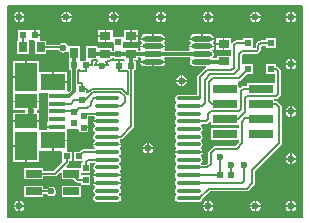
<source format=gtl>
%FSTAX23Y23*%
%MOMM*%
%SFA1B1*%

%IPPOS*%
%ADD10R,2.031996X0.761998*%
%ADD11R,0.599999X0.599999*%
%ADD12O,1.799996X0.449999*%
%ADD13R,0.499999X0.599999*%
%ADD14R,0.899998X0.699999*%
%ADD15R,0.599999X0.499999*%
%ADD16R,2.099996X1.474997*%
%ADD17R,1.379997X0.449999*%
%ADD18R,1.899996X2.374995*%
%ADD19R,1.899996X1.174998*%
%ADD20R,0.699999X0.899998*%
%ADD21R,1.399997X0.699999*%
%ADD22O,2.099996X0.349999*%
%ADD23C,0.200000*%
%ADD24C,0.299999*%
%ADD25C,0.599999*%
%ADD26C,1.015998*%
%ADD48C,0.127000*%
%ADD49C,0.253999*%
%ADD50C,0.507999*%
%ADD51C,2.031996*%
%ADD52C,4.063992*%
%ADD53C,8.127984*%
%LNprogramming_dongle_pcb-1*%
%LPD*%
G54D48*
X50336Y25463D02*
X25463D01*
Y43336*
X50336*
Y25463*
G54D49*
X50209Y2559D02*
X2559D01*
Y43209*
X50209*
Y2559*
G54D50*
X49955Y25844D02*
X25844D01*
Y42955*
X49955*
Y25844*
G54D26*
X49447Y26352D02*
X26352D01*
Y42447*
X49447*
Y26352*
G54D51*
X48431Y27368D02*
X27368D01*
Y41431*
X48431*
Y27368*
G54D52*
X46399Y294D02*
X294D01*
Y39399*
X46399*
Y294*
G54D53*
X42335Y33464D02*
X33464D01*
Y35335*
X42335*
Y33464*
G54D48*
X35483Y35966D02*
X35585D01*
X32181Y36067D02*
X32257D01*
X35382D02*
X35585D01*
X32181Y36169D02*
X32359D01*
X3528D02*
X35585D01*
X32181Y36271D02*
X32461D01*
X35153D02*
X35585D01*
X318Y36372D02*
X35585D01*
X31724Y36474D02*
X35585D01*
X31724Y36575D02*
X35585D01*
X31724Y36677D02*
X35585D01*
X31724Y36779D02*
X35585D01*
X31419Y3688D02*
X35585D01*
X31419Y36982D02*
X35585D01*
X31419Y37083D02*
X35585D01*
X31419Y37185D02*
X35585D01*
X31419Y37287D02*
X35585D01*
X31419Y37388D02*
X35585D01*
X31419Y3749D02*
X35585D01*
X31419Y37591D02*
X35585D01*
X31419Y37693D02*
X35585D01*
X31419Y37795D02*
X34848D01*
X35407D02*
X35585D01*
X32054Y37896D02*
X34848D01*
X32054Y37998D02*
X34848D01*
X32054Y38099D02*
X34848D01*
X32054Y38201D02*
X34848D01*
X32588Y38303D02*
X32842D01*
X33908D02*
X34848D01*
X32588Y38404D02*
X32842D01*
X33908D02*
X34848D01*
X32588Y38506D02*
X32892D01*
X33883D02*
X34848D01*
X32588Y38607D02*
X32969D01*
X33832D02*
X34848D01*
X34366Y38709D02*
X35153D01*
X34366Y38811D02*
X3434D01*
%LNprogramming_dongle_pcb-2*%
%LPC*%
G36*
X46324Y26324D02*
X45955D01*
X45961Y26282*
X46006Y26173*
X46079Y26079*
X46173Y26006*
X46282Y25961*
X46324Y25955*
Y26324*
G37*
G36*
X28074Y35162D02*
X25874D01*
Y34499*
X26852*
X26897Y34399*
X26852Y34299*
X25874*
Y33637*
X28074*
Y34299*
X27947*
X27902Y34399*
X27947Y34499*
X28074*
Y35162*
G37*
G36*
X40074Y36924D02*
X39705D01*
X39711Y36882*
X39756Y36773*
X39829Y36679*
X39923Y36606*
X40032Y36561*
X40074Y36555*
Y36924*
G37*
G36*
X30474Y37749D02*
X29349D01*
Y36937*
X30474*
Y37749*
G37*
G36*
X40593Y36924D02*
X40224D01*
Y36555*
X40267Y36561*
X40376Y36606*
X4047Y36679*
X40543Y36773*
X40588Y36882*
X40593Y36924*
G37*
G36*
X49474Y34843D02*
Y34474D01*
X49843*
X49838Y34517*
X49793Y34626*
X4972Y3472*
X49626Y34793*
X49517Y34838*
X49474Y34843*
G37*
G36*
X46843Y26324D02*
X46474D01*
Y25955*
X46517Y25961*
X46626Y26006*
X4672Y26079*
X46793Y26173*
X46838Y26282*
X46843Y26324*
G37*
G36*
X49324D02*
X48955D01*
X48961Y26282*
X49006Y26173*
X49079Y26079*
X49173Y26006*
X49282Y25961*
X49324Y25955*
Y26324*
G37*
G36*
Y34324D02*
X48955D01*
X48961Y34282*
X49006Y34173*
X49079Y34079*
X49173Y34006*
X49282Y33961*
X49324Y33955*
Y34324*
G37*
G36*
Y34843D02*
X49282Y34838D01*
X49173Y34793*
X49079Y3472*
X49006Y34626*
X48961Y34517*
X48955Y34474*
X49324*
Y34843*
G37*
G36*
X49843Y34324D02*
X49474D01*
Y33955*
X49517Y33961*
X49626Y34006*
X4972Y34079*
X49793Y34173*
X49838Y34282*
X49843Y34324*
G37*
G36*
X49324Y38324D02*
X48955D01*
X48961Y38282*
X49006Y38173*
X49079Y38079*
X49173Y38006*
X49282Y37961*
X49324Y37955*
Y38324*
G37*
G36*
X26324Y26324D02*
X25955D01*
X25961Y26282*
X26006Y26173*
X26079Y26079*
X26173Y26006*
X26282Y25961*
X26324Y25955*
Y26324*
G37*
G36*
X49843Y38324D02*
X49474D01*
Y37955*
X49517Y37961*
X49626Y38006*
X4972Y38079*
X49793Y38173*
X49838Y38282*
X49843Y38324*
G37*
G36*
X38743Y38524D02*
X37774D01*
Y38221*
X38374*
X38472Y38234*
X38564Y38272*
X38642Y38332*
X38702Y3841*
X3874Y38502*
X38743Y38524*
G37*
G36*
X37624D02*
X36656D01*
X36659Y38502*
X36697Y3841*
X36757Y38332*
X36835Y38272*
X36927Y38234*
X37024Y38221*
X37624*
Y38524*
G37*
G36*
X26843Y26324D02*
X26474D01*
Y25955*
X26517Y25961*
X26626Y26006*
X2672Y26079*
X26793Y26173*
X26838Y26282*
X26843Y26324*
G37*
G36*
X40224Y37443D02*
Y37074D01*
X40593*
X40588Y37117*
X40543Y37226*
X4047Y3732*
X40376Y37393*
X40267Y37438*
X40224Y37443*
G37*
G36*
X40074D02*
X40032Y37438D01*
X39923Y37393*
X39829Y3732*
X39756Y37226*
X39711Y37117*
X39705Y37074*
X40074*
Y37443*
G37*
G36*
X26899Y38649D02*
X25874D01*
Y37387*
X26899*
Y38649*
G37*
G36*
X42324Y26324D02*
X41955D01*
X41961Y26282*
X42006Y26173*
X42078Y26079*
X42173Y26006*
X42282Y25961*
X42324Y25955*
Y26324*
G37*
G36*
X42843D02*
X42474D01*
Y25955*
X42517Y25961*
X42626Y26006*
X4272Y26079*
X42793Y26173*
X42838Y26282*
X42843Y26324*
G37*
G36*
X37374Y31718D02*
Y31349D01*
X37743*
X37738Y31392*
X37693Y31501*
X3762Y31595*
X37526Y31668*
X37417Y31713*
X37374Y31718*
G37*
G36*
X35042Y28274D02*
X32657D01*
X32658Y28265*
X32691Y28186*
X32743Y28118*
X32787Y28084*
Y27934*
X3276Y27913*
X32712Y27851*
X32682Y27778*
X32672Y27699*
X32682Y27621*
X32712Y27548*
X3276Y27485*
X32807Y27449*
Y27299*
X3276Y27263*
X32712Y27201*
X32682Y27128*
X32672Y27049*
X32682Y26971*
X32712Y26898*
X3276Y26835*
X32823Y26787*
X32896Y26757*
X32974Y26747*
X34724*
X34803Y26757*
X34876Y26787*
X34938Y26835*
X34986Y26898*
X35017Y26971*
X35027Y27049*
X35017Y27128*
X34986Y27201*
X34938Y27263*
X34891Y27299*
Y27449*
X34938Y27485*
X34986Y27548*
X35017Y27621*
X35027Y27699*
X35017Y27778*
X34986Y27851*
X34938Y27913*
X34912Y27934*
Y28084*
X34956Y28118*
X35008Y28186*
X35041Y28265*
X35042Y28274*
G37*
G36*
X49474Y26843D02*
Y26474D01*
X49843*
X49838Y26517*
X49793Y26626*
X4972Y2672*
X49626Y26793*
X49517Y26838*
X49474Y26843*
G37*
G36*
X31649Y28099D02*
X29999D01*
Y27149*
X31649*
Y28099*
G37*
G36*
X35042Y28924D02*
X32657D01*
X32658Y28915*
X32691Y28836*
X32743Y28768*
X32766Y28749*
Y28599*
X32743Y28581*
X32691Y28513*
X32658Y28434*
X32657Y28424*
X35042*
X35041Y28434*
X35008Y28513*
X34956Y28581*
X34933Y28599*
Y28749*
X34956Y28768*
X35008Y28836*
X35041Y28915*
X35042Y28924*
G37*
G36*
X28449Y28099D02*
X26799D01*
Y27149*
X28449*
Y27395*
X2874*
X28796Y27321*
X28885Y27253*
X28988Y2721*
X29099Y27196*
X2921Y2721*
X29314Y27253*
X29403Y27321*
X29471Y2741*
X29514Y27513*
X29528Y27624*
X29514Y27735*
X29471Y27839*
X29403Y27928*
X29314Y27996*
X2921Y28039*
X29099Y28053*
X28988Y28039*
X28885Y27996*
X28796Y27928*
X2874Y27854*
X28449*
Y28099*
G37*
G36*
X49324Y26843D02*
X49282Y26838D01*
X49173Y26793*
X49079Y2672*
X49006Y26626*
X48961Y26517*
X48955Y26474*
X49324*
Y26843*
G37*
G36*
X42324D02*
X42282Y26838D01*
X42173Y26793*
X42078Y2672*
X42006Y26626*
X41961Y26517*
X41955Y26474*
X42324*
Y26843*
G37*
G36*
X26474D02*
Y26474D01*
X26843*
X26838Y26517*
X26793Y26626*
X2672Y2672*
X26626Y26793*
X26517Y26838*
X26474Y26843*
G37*
G36*
X42474D02*
Y26474D01*
X42843*
X42838Y26517*
X42793Y26626*
X4272Y2672*
X42626Y26793*
X42517Y26838*
X42474Y26843*
G37*
G36*
X46474D02*
Y26474D01*
X46843*
X46838Y26517*
X46793Y26626*
X4672Y2672*
X46626Y26793*
X46517Y26838*
X46474Y26843*
G37*
G36*
X46324D02*
X46282Y26838D01*
X46173Y26793*
X46079Y2672*
X46006Y26626*
X45961Y26517*
X45955Y26474*
X46324*
Y26843*
G37*
G36*
X49474Y30843D02*
Y30474D01*
X49843*
X49838Y30517*
X49793Y30626*
X4972Y3072*
X49626Y30793*
X49517Y30838*
X49474Y30843*
G37*
G36*
X49324D02*
X49282Y30838D01*
X49173Y30793*
X49079Y3072*
X49006Y30626*
X48961Y30517*
X48955Y30474*
X49324*
Y30843*
G37*
G36*
X37224Y31199D02*
X36855D01*
X36861Y31157*
X36906Y31048*
X36978Y30954*
X37073Y30881*
X37182Y30836*
X37224Y3083*
Y31199*
G37*
G36*
Y31718D02*
X37182Y31713D01*
X37073Y31668*
X36978Y31595*
X36906Y31501*
X36861Y31392*
X36855Y31349*
X37224*
Y31718*
G37*
G36*
X37743Y31199D02*
X37374D01*
Y3083*
X37417Y30836*
X37526Y30881*
X3762Y30954*
X37693Y31048*
X37738Y31157*
X37743Y31199*
G37*
G36*
X26899Y31412D02*
X25874D01*
Y30149*
X26899*
Y31412*
G37*
G36*
X26324Y26843D02*
X26282Y26838D01*
X26173Y26793*
X26079Y2672*
X26006Y26626*
X25961Y26517*
X25955Y26474*
X26324*
Y26843*
G37*
G36*
X30474Y31862D02*
X29349D01*
Y31049*
X29924*
X29999Y30974*
Y30943*
Y30224*
X30004*
X30061Y30086*
X29329Y29354*
X28449*
Y29599*
X26799*
Y28649*
X28449*
Y28895*
X29424*
X29512Y28913*
X29587Y28962*
X29861Y29236*
X29999Y29179*
Y28649*
X30975*
X31187Y28437*
X31262Y28388*
X31276Y28385*
X31349Y2837*
X31674*
Y28174*
X32424*
Y29024*
X31674*
X31649Y29049*
Y29174*
X31674*
X31756*
X32424*
Y30024*
X3247Y3007*
X32781*
X32807Y30049*
Y29899*
X3276Y29863*
X32712Y29801*
X32682Y29728*
X32672Y29649*
X32682Y29571*
X32712Y29498*
X3276Y29435*
X32787Y29415*
Y29265*
X32743Y29231*
X32691Y29163*
X32658Y29084*
X32657Y29074*
X35042*
X35041Y29084*
X35008Y29163*
X34956Y29231*
X34912Y29265*
Y29415*
X34938Y29435*
X34986Y29498*
X35017Y29571*
X35027Y29649*
X35017Y29728*
X34986Y29801*
X34938Y29863*
X34891Y29899*
Y30049*
X34938Y30085*
X34986Y30148*
X35017Y30221*
X35027Y30299*
X35017Y30378*
X34986Y30451*
X34938Y30513*
X34891Y30549*
Y30699*
X34938Y30735*
X34986Y30798*
X35017Y30871*
X35027Y30949*
X35017Y31028*
X34986Y31101*
X34938Y31163*
X34912Y31184*
Y31334*
X34956Y31368*
X35008Y31436*
X35041Y31515*
X35042Y31524*
X32657*
X32658Y31515*
X32691Y31436*
X32743Y31368*
X32787Y31334*
Y31272*
X32755Y31179*
X31774*
X31687Y31161*
X31612Y31112*
X31475Y30974*
X30999*
Y30224*
X31727*
X3178Y3016*
X31715Y30024*
X31674*
Y29624*
X31649Y29599*
X31568*
X3042*
X30362Y29738*
X30587Y29962*
X30636Y30037*
X30654Y30124*
Y30224*
X30849*
Y30974*
X30474*
Y31049*
Y31081*
Y31862*
G37*
G36*
X49843Y26324D02*
X49474D01*
Y25955*
X49517Y25961*
X49626Y26006*
X4972Y26079*
X49793Y26173*
X49838Y26282*
X49843Y26324*
G37*
G36*
Y30324D02*
X49474D01*
Y29955*
X49517Y29961*
X49626Y30006*
X4972Y30079*
X49793Y30173*
X49838Y30282*
X49843Y30324*
G37*
G36*
X49324D02*
X48955D01*
X48961Y30282*
X49006Y30173*
X49079Y30079*
X49173Y30006*
X49282Y29961*
X49324Y29955*
Y30324*
G37*
G36*
X46843Y42324D02*
X46474D01*
Y41955*
X46517Y41961*
X46626Y42006*
X4672Y42078*
X46793Y42173*
X46838Y42282*
X46843Y42324*
G37*
G36*
X46324D02*
X45955D01*
X45961Y42282*
X46006Y42173*
X46079Y42078*
X46173Y42006*
X46282Y41961*
X46324Y41955*
Y42324*
G37*
G36*
X49324D02*
X48955D01*
X48961Y42282*
X49006Y42173*
X49079Y42078*
X49173Y42006*
X49282Y41961*
X49324Y41955*
Y42324*
G37*
G36*
X26324Y42843D02*
X26282Y42838D01*
X26173Y42793*
X26079Y4272*
X26006Y42626*
X25961Y42517*
X25955Y42474*
X26324*
Y42843*
G37*
G36*
X49843Y42324D02*
X49474D01*
Y41955*
X49517Y41961*
X49626Y42006*
X4972Y42078*
X49793Y42173*
X49838Y42282*
X49843Y42324*
G37*
G36*
X42843D02*
X42474D01*
Y41955*
X42517Y41961*
X42626Y42006*
X4272Y42078*
X42793Y42173*
X42838Y42282*
X42843Y42324*
G37*
G36*
X34843D02*
X34474D01*
Y41955*
X34517Y41961*
X34626Y42006*
X3472Y42078*
X34793Y42173*
X34838Y42282*
X34843Y42324*
G37*
G36*
X34324D02*
X33955D01*
X33961Y42282*
X34006Y42173*
X34079Y42078*
X34173Y42006*
X34282Y41961*
X34324Y41955*
Y42324*
G37*
G36*
X38324D02*
X37955D01*
X37961Y42282*
X38006Y42173*
X38079Y42078*
X38173Y42006*
X38282Y41961*
X38324Y41955*
Y42324*
G37*
G36*
X42324D02*
X41955D01*
X41961Y42282*
X42006Y42173*
X42078Y42078*
X42173Y42006*
X42282Y41961*
X42324Y41955*
Y42324*
G37*
G36*
X38843D02*
X38474D01*
Y41955*
X38517Y41961*
X38626Y42006*
X3872Y42078*
X38793Y42173*
X38838Y42282*
X38843Y42324*
G37*
G36*
X26474Y42843D02*
Y42474D01*
X26843*
X26838Y42517*
X26793Y42626*
X2672Y4272*
X26626Y42793*
X26517Y42838*
X26474Y42843*
G37*
G36*
X42474D02*
Y42474D01*
X42843*
X42838Y42517*
X42793Y42626*
X4272Y4272*
X42626Y42793*
X42517Y42838*
X42474Y42843*
G37*
G36*
X42324D02*
X42282Y42838D01*
X42173Y42793*
X42078Y4272*
X42006Y42626*
X41961Y42517*
X41955Y42474*
X42324*
Y42843*
G37*
G36*
X46324D02*
X46282Y42838D01*
X46173Y42793*
X46079Y4272*
X46006Y42626*
X45961Y42517*
X45955Y42474*
X46324*
Y42843*
G37*
G36*
X49324D02*
X49282Y42838D01*
X49173Y42793*
X49079Y4272*
X49006Y42626*
X48961Y42517*
X48955Y42474*
X49324*
Y42843*
G37*
G36*
X46474D02*
Y42474D01*
X46843*
X46838Y42517*
X46793Y42626*
X4672Y4272*
X46626Y42793*
X46517Y42838*
X46474Y42843*
G37*
G36*
X38474D02*
Y42474D01*
X38843*
X38838Y42517*
X38793Y42626*
X3872Y4272*
X38626Y42793*
X38517Y42838*
X38474Y42843*
G37*
G36*
X30474D02*
Y42474D01*
X30843*
X30838Y42517*
X30793Y42626*
X3072Y4272*
X30626Y42793*
X30517Y42838*
X30474Y42843*
G37*
G36*
X30324D02*
X30282Y42838D01*
X30173Y42793*
X30079Y4272*
X30006Y42626*
X29961Y42517*
X29955Y42474*
X30324*
Y42843*
G37*
G36*
X34324D02*
X34282Y42838D01*
X34173Y42793*
X34079Y4272*
X34006Y42626*
X33961Y42517*
X33955Y42474*
X34324*
Y42843*
G37*
G36*
X38324D02*
X38282Y42838D01*
X38173Y42793*
X38079Y4272*
X38006Y42626*
X37961Y42517*
X37955Y42474*
X38324*
Y42843*
G37*
G36*
X34474D02*
Y42474D01*
X34843*
X34838Y42517*
X34793Y42626*
X3472Y4272*
X34626Y42793*
X34517Y42838*
X34474Y42843*
G37*
G36*
X43624Y40624D02*
X43099D01*
Y40199*
X43624*
Y40624*
G37*
G36*
X42893Y40474D02*
X40806D01*
X40809Y40452*
X40847Y4036*
X40907Y40282*
Y40167*
X40847Y40089*
X40809Y39997*
X40806Y39974*
X42893*
X4289Y39997*
X42852Y40089*
X42792Y40167*
Y40282*
X42852Y4036*
X4289Y40452*
X42893Y40474*
G37*
G36*
X36474Y40674D02*
X35949D01*
Y40249*
X36474*
Y40674*
G37*
G36*
X37624Y40928D02*
X37024D01*
X36927Y40915*
X36835Y40877*
X36757Y40817*
X36697Y40739*
X36659Y40647*
X36656Y40624*
X37624*
Y40928*
G37*
G36*
X33624Y40674D02*
X33099D01*
Y40249*
X33624*
Y40674*
G37*
G36*
X38743Y40474D02*
X36656D01*
X36659Y40452*
X36697Y4036*
X36757Y40282*
Y40167*
X36697Y40089*
X36659Y39997*
X36656Y39974*
X38743*
X3874Y39997*
X38702Y40089*
X38642Y40167*
Y40282*
X38702Y4036*
X3874Y40452*
X38743Y40474*
G37*
G36*
X49324Y38843D02*
X49282Y38838D01*
X49173Y38793*
X49079Y3872*
X49006Y38626*
X48961Y38517*
X48955Y38474*
X49324*
Y38843*
G37*
G36*
X49474Y42843D02*
Y42474D01*
X49843*
X49838Y42517*
X49793Y42626*
X4972Y4272*
X49626Y42793*
X49517Y42838*
X49474Y42843*
G37*
G36*
Y38843D02*
Y38474D01*
X49843*
X49838Y38517*
X49793Y38626*
X4972Y3872*
X49626Y38793*
X49517Y38838*
X49474Y38843*
G37*
G36*
X27649Y41274D02*
X27274D01*
Y41249*
X27149*
X26299*
Y40499*
Y40449*
X26249Y40399*
Y39249*
X27199*
Y40399*
Y40449*
X27224Y40474*
X27274*
X27674*
X27749Y40399*
Y40368*
Y39249*
X28699*
Y39595*
X29749*
X29753Y39585*
X29821Y39496*
X2991Y39428*
X30013Y39385*
X30124Y39371*
X30235Y39385*
X30339Y39428*
X30428Y39496*
X30432Y39503*
X30574Y39454*
Y38774*
X30624*
Y38674*
Y37924*
X30772*
Y36239*
X30613Y3608*
X30474Y36138*
Y36787*
X29274*
Y36862*
X29199*
Y37749*
X28181*
X28074*
Y38649*
X27049*
Y37312*
X26974*
Y37237*
X25874*
Y36081*
Y35974*
Y35868*
Y35312*
X28074*
Y35974*
X28181*
X28819*
Y35349*
Y34699*
Y34049*
Y33474*
X28794*
Y33174*
X29634*
Y33024*
X28794*
Y32931*
X28688Y32824*
X28074*
Y32931*
Y33487*
X25874*
Y32931*
Y32824*
Y32718*
Y31562*
X26974*
Y31487*
X27049*
Y30149*
X28074*
Y31049*
X28181*
X29199*
Y31937*
X29274*
Y32012*
X30474*
Y32824*
Y32924*
X30599*
X30924*
Y33374*
X31074*
Y32924*
X31368*
X31399*
X31474Y32849*
Y32624*
X32224*
Y33474*
Y33574*
X32249Y33599*
Y3397*
X32755*
X32787Y33877*
Y33815*
X32743Y33781*
X32691Y33713*
X32658Y33634*
X32657Y33624*
X33849*
Y33474*
X32657*
X32658Y33465*
X32691Y33386*
X32743Y33318*
X32787Y33284*
Y33134*
X3276Y33113*
X32712Y33051*
X32682Y32978*
X32672Y32899*
X32682Y32821*
X32712Y32748*
X3276Y32685*
X32807Y32649*
Y32499*
X3276Y32463*
X32712Y32401*
X32682Y32328*
X32672Y32249*
X32682Y32171*
X32712Y32098*
X3276Y32035*
X32787Y32015*
Y31865*
X32743Y31831*
X32691Y31763*
X32658Y31684*
X32657Y31674*
X35042*
X35041Y31684*
X35008Y31763*
X34956Y31831*
X34912Y31865*
Y31927*
X34944Y3202*
X34999*
X35087Y32038*
X35162Y32087*
X36037Y32962*
X36086Y33037*
X36104Y33124*
Y37874*
X36299*
Y38624*
X36152*
Y38774*
X36449*
Y38972*
X36668*
X36734Y38838*
X36697Y38789*
X36659Y38697*
X36656Y38674*
X38743*
X3874Y38697*
X38702Y38789*
X38664Y38838*
X38731Y38972*
X4083*
X40884Y38902*
X40916Y38838*
X40869Y38776*
X40833Y38691*
X40821Y38599*
X40833Y38508*
X40869Y38423*
X40925Y3835*
X40998Y38294*
X41083Y38258*
X41174Y38246*
X4218*
X42224Y38103*
X42162Y38062*
X41537Y37437*
X41488Y37362*
X4147Y37274*
Y35802*
X39874*
X39796Y35792*
X39723Y35762*
X3966Y35713*
X39612Y35651*
X39582Y35578*
X39572Y35499*
X39582Y35421*
X39612Y35348*
X3966Y35285*
X39707Y35249*
Y35099*
X3966Y35063*
X39612Y35001*
X39582Y34928*
X39572Y34849*
X39582Y34771*
X39612Y34698*
X3966Y34635*
X39707Y34599*
Y34449*
X3966Y34413*
X39612Y34351*
X39582Y34278*
X39572Y34199*
X39582Y34121*
X39612Y34048*
X3966Y33985*
X39707Y33949*
Y33799*
X3966Y33763*
X39612Y33701*
X39582Y33628*
X39572Y33549*
X39582Y33471*
X39612Y33398*
X3966Y33335*
X39707Y33299*
Y33149*
X3966Y33113*
X39612Y33051*
X39582Y32978*
X39572Y32899*
X39582Y32821*
X39612Y32748*
X3966Y32685*
X39707Y32649*
Y32499*
X3966Y32463*
X39612Y32401*
X39582Y32328*
X39572Y32249*
X39582Y32171*
X39612Y32098*
X3966Y32035*
X39707Y31999*
Y31849*
X3966Y31813*
X39612Y31751*
X39582Y31678*
X39572Y31599*
X39582Y31521*
X39612Y31448*
X3966Y31385*
X39687Y31365*
Y31215*
X39643Y31181*
X39591Y31113*
X39558Y31034*
X39557Y31024*
X41942*
X41941Y31034*
X41908Y31113*
X41856Y31181*
X41812Y31215*
Y31365*
X41838Y31385*
X41887Y31448*
X41917Y31521*
X41927Y31599*
X41917Y31678*
X41887Y31751*
X41838Y31813*
X41791Y31849*
Y31999*
X41838Y32035*
X41887Y32098*
X41917Y32171*
X41927Y32249*
X41917Y32328*
X41887Y32401*
X41838Y32463*
X41791Y32499*
Y32649*
X41838Y32685*
X41887Y32748*
X41917Y32821*
X41927Y32899*
X41917Y32978*
X41887Y33051*
X41838Y33113*
X41791Y33149*
Y33214*
X41898Y3332*
X42199*
X42287Y33338*
X42362Y33387*
X42536Y33561*
X42541Y33559*
X42674Y3347*
Y33283*
X44956*
X4502Y3322*
Y33089*
X44956Y33025*
X44914*
X42674*
Y32013*
X44914*
X44956*
X4502Y3195*
Y31794*
X44704Y31479*
X42974*
X42887Y31461*
X42812Y31412*
X42437Y31037*
X42388Y30962*
X4237Y30874*
Y30019*
X42229Y29879*
X41818*
X41791Y29899*
Y30049*
X41838Y30085*
X41887Y30148*
X41917Y30221*
X41927Y30299*
X41917Y30378*
X41887Y30451*
X41838Y30513*
X41812Y30534*
Y30684*
X41856Y30718*
X41908Y30786*
X41941Y30865*
X41942Y30874*
X39557*
X39558Y30865*
X39591Y30786*
X39643Y30718*
X39687Y30684*
Y30534*
X3966Y30513*
X39612Y30451*
X39582Y30378*
X39572Y30299*
X39582Y30221*
X39612Y30148*
X3966Y30085*
X39707Y30049*
Y29899*
X3966Y29863*
X39612Y29801*
X39582Y29728*
X39572Y29649*
X39582Y29571*
X39612Y29498*
X3966Y29435*
X39707Y29399*
Y29249*
X3966Y29213*
X39612Y29151*
X39582Y29078*
X39572Y28999*
X39582Y28921*
X39612Y28848*
X3966Y28785*
X39707Y28749*
Y28599*
X3966Y28563*
X39612Y28501*
X39582Y28428*
X39572Y28349*
X39582Y28271*
X39612Y28198*
X3966Y28135*
X39707Y28099*
Y27949*
X3966Y27913*
X39612Y27851*
X39582Y27778*
X39572Y27699*
X39582Y27621*
X39612Y27548*
X3966Y27485*
X39707Y27449*
Y27299*
X3966Y27263*
X39612Y27201*
X39582Y27128*
X39572Y27049*
X39582Y26971*
X39612Y26898*
X3966Y26835*
X39723Y26787*
X39796Y26757*
X39874Y26747*
X41624*
X41703Y26757*
X41776Y26787*
X41838Y26835*
X41887Y26898*
X41917Y26971*
X4192Y26995*
X42544Y2762*
X45649*
X45737Y27638*
X45812Y27687*
X46287Y28162*
X46336Y28237*
X46339Y28251*
X46354Y28324*
Y29354*
X48562Y31562*
X48611Y31637*
X48614Y31651*
X48629Y31724*
Y34799*
X48611Y34887*
X48562Y34962*
X48302Y35222*
X48227Y35271*
X48139Y35289*
X48004*
Y3547*
X48133*
X48221Y35487*
X48296Y35537*
X48487Y35728*
X48536Y35803*
X48554Y3589*
Y37799*
X48536Y37887*
X48487Y37962*
X48312Y38137*
X48237Y38186*
X48149Y38204*
Y38399*
X47299*
Y37549*
X48095*
Y36835*
X48004*
X45722*
Y36559*
X45354*
X45281Y36544*
X45267Y36541*
X45192Y36492*
X45095Y36394*
X44956Y36452*
Y36835*
Y36902*
X45024Y3697*
X45112Y36987*
X45187Y37037*
X45699Y37549*
X46224*
Y38399*
X45374*
X4536*
X45254Y38506*
Y39154*
X45394Y39295*
X46499*
X46587Y39313*
X46662Y39362*
X46812Y39512*
X46861Y39587*
X46864Y39601*
X46879Y39674*
Y39892*
X46932Y39945*
X47299*
Y39749*
X48149*
Y40599*
X47299*
Y40404*
X46837*
X46749Y40386*
X46675Y40337*
X46487Y40149*
X46438Y40075*
X4642Y39987*
Y39769*
X46404Y39754*
X46224*
Y40599*
X45374*
Y40404*
X44749*
X44662Y40386*
X44587Y40337*
X44438Y40187*
X44299Y40245*
Y40624*
X43774*
Y40124*
Y39624*
X44239*
X44299*
X44345Y39579*
Y3917*
X44274Y39099*
X44239*
X43124*
Y38877*
X42868*
X42815Y38947*
X42783Y39011*
X4283Y39073*
X42865Y39158*
X42877Y39249*
X42865Y39341*
X4283Y39426*
X42774Y39499*
X42714Y39572*
X42792Y39632*
X42852Y3971*
X4289Y39802*
X42893Y39824*
X40806*
X40809Y39802*
X40847Y3971*
X40884Y39661*
X40818Y39527*
X38731*
X38664Y39661*
X38702Y3971*
X3874Y39802*
X38743Y39824*
X36656*
X36659Y39802*
X36697Y3971*
X36734Y39661*
X36668Y39527*
X36449*
Y39724*
X35299*
X35231*
X35199Y39756*
Y39799*
Y40249*
X35274*
X35306*
X35799*
Y40749*
Y41249*
X35274*
Y40774*
X35199Y40699*
X35168*
X34874*
Y40249*
X34724*
Y40699*
X34406*
X34399*
X34299Y40799*
Y41249*
X33774*
Y40749*
Y40249*
X34293*
X34299*
X34399Y40149*
Y39799*
X34424*
Y39674*
Y39527*
X34274*
Y39724*
X33124*
X33024Y39824*
Y39924*
X32074*
Y38806*
Y38774*
X31999Y38699*
X31599*
X31524*
Y38774*
Y39924*
X3065*
X30574*
X30533*
X30496Y40014*
X30428Y40103*
X30339Y40171*
X30235Y40214*
X30124Y40228*
X30013Y40214*
X2991Y40171*
X29821Y40103*
X29784Y40054*
X28699*
Y40399*
X28174*
Y40474*
Y40506*
Y40799*
X27724*
Y40874*
X27649*
Y41274*
G37*
G36*
X43624Y40049D02*
X43099D01*
Y39624*
X43624*
Y40049*
G37*
G36*
X26324Y42324D02*
X25955D01*
X25961Y42282*
X26006Y42173*
X26079Y42078*
X26173Y42006*
X26282Y41961*
X26324Y41955*
Y42324*
G37*
G36*
X28174Y41274D02*
X27799D01*
Y40949*
X28174*
Y41274*
G37*
G36*
X26843Y42324D02*
X26474D01*
Y41955*
X26517Y41961*
X26626Y42006*
X2672Y42078*
X26793Y42173*
X26838Y42282*
X26843Y42324*
G37*
G36*
X30843D02*
X30474D01*
Y41955*
X30517Y41961*
X30626Y42006*
X3072Y42078*
X30793Y42173*
X30838Y42282*
X30843Y42324*
G37*
G36*
X30324D02*
X29955D01*
X29961Y42282*
X30006Y42173*
X30079Y42078*
X30173Y42006*
X30282Y41961*
X30324Y41955*
Y42324*
G37*
G36*
X38374Y40928D02*
X37774D01*
Y40624*
X38743*
X3874Y40647*
X38702Y40739*
X38642Y40817*
X38564Y40877*
X38472Y40915*
X38374Y40928*
G37*
G36*
X41774D02*
X41174D01*
X41077Y40915*
X40985Y40877*
X40907Y40817*
X40847Y40739*
X40809Y40647*
X40806Y40624*
X41774*
Y40928*
G37*
G36*
X42524D02*
X41924D01*
Y40624*
X42893*
X4289Y40647*
X42852Y40739*
X42792Y40817*
X42714Y40877*
X42622Y40915*
X42524Y40928*
G37*
G36*
X33624Y41249D02*
X33099D01*
Y40824*
X33624*
Y41249*
G37*
G36*
X36474D02*
X35949D01*
Y40824*
X36474*
Y41249*
G37*
%LNprogramming_dongle_pcb-3*%
%LPD*%
G54D48*
X34361Y38761D02*
X35174D01*
X35223*
X35236Y38748*
Y38782*
X35167Y38713*
X34886*
Y38249*
Y37786*
X35388*
Y37811*
X35449*
X35582*
Y35905*
X35528Y35889*
X35536Y35877*
X35177Y36236*
X35087Y36296*
X34981Y36317*
X32643*
X32537Y36296*
X32447Y36236*
X32223Y36012*
X32163Y36037*
Y36313*
X31763*
Y36388*
X31688*
Y36838*
X3139*
Y37861*
X31474*
X31548*
X31573Y37836*
X32038*
Y38236*
X32113*
Y38311*
X32563*
Y38668*
Y38673*
X32601Y38711*
X33024*
X33008*
X33027Y38655*
X33008Y38641*
X32926Y38533*
X32874Y38409*
X32858Y38286*
X33891*
X33875Y38409*
X33823Y38533*
X33774Y38597*
X3377Y3859*
X33831Y38669*
X34338Y38717*
Y38909*
X34361*
Y38761*
%LNprogramming_dongle_pcb-4*%
%LPC*%
G36*
X33818Y38199D02*
X33449D01*
Y3783*
X33492Y37836*
X33601Y37881*
X33695Y37954*
X33768Y38048*
X33813Y38157*
X33818Y38199*
G37*
G36*
X33299D02*
X3293D01*
X32936Y38157*
X32981Y38048*
X33054Y37954*
X33148Y37881*
X33257Y37836*
X33299Y3783*
Y38199*
G37*
G36*
X34799Y38174D02*
X34424D01*
Y37849*
X34799*
Y38174*
G37*
G36*
Y38649D02*
X34424D01*
Y38324*
X34799*
Y38649*
G37*
G36*
X32499Y38224D02*
X32124D01*
Y37899*
X32499*
Y38224*
G37*
G36*
X44399Y30318D02*
Y29949D01*
X44768*
X44763Y29992*
X44718Y30101*
X44645Y30195*
X44551Y30268*
X44442Y30313*
X44399Y30318*
G37*
G36*
X44249D02*
X44207Y30313D01*
X44098Y30268*
X44004Y30195*
X43931Y30101*
X43886Y29992*
X4388Y29949*
X44249*
Y30318*
G37*
G36*
X46788Y32444D02*
X45697D01*
Y31988*
X46788*
Y32444*
G37*
G36*
X32099Y36774D02*
X31774D01*
Y36399*
X32099*
Y36774*
G37*
G36*
X46788Y3305D02*
X45697D01*
Y32594*
X46788*
Y3305*
G37*
%LNprogramming_dongle_pcb-5*%
%LPD*%
G54D10*
X46863Y32519D03*
Y33789D03*
Y35059D03*
Y36329D03*
X43815Y32519D03*
Y33789D03*
Y35059D03*
Y36329D03*
G54D11*
X45799Y40174D03*
Y37974D03*
X47724Y40174D03*
Y37974D03*
G54D12*
X41849Y38599D03*
Y39249D03*
Y39899D03*
Y40549D03*
X37699Y38599D03*
Y39249D03*
Y39899D03*
Y40549D03*
G54D13*
X30999Y34374D03*
Y33374D03*
X32049Y28599D03*
Y29599D03*
X31699Y35324D03*
Y36324D03*
X34799Y39249D03*
Y40249D03*
X31874Y33024D03*
Y34024D03*
G54D14*
X35874Y39249D03*
Y40749D03*
X43699Y38624D03*
Y40124D03*
X33699Y39249D03*
Y40749D03*
G54D15*
X35874Y38249D03*
X34874D03*
X43374Y28999D03*
X44374D03*
X30424Y30599D03*
X31424D03*
X26724Y40874D03*
X27724D03*
X32049Y38299D03*
X31049D03*
G54D16*
X29274Y31937D03*
Y36862D03*
G54D17*
X29634Y35049D03*
Y35699D03*
Y34399D03*
Y33749D03*
Y33099D03*
G54D18*
X26974Y37312D03*
Y31487D03*
G54D19*
X26974Y35237D03*
Y33562D03*
G54D20*
X32549Y39349D03*
X31049D03*
X28224Y39824D03*
X26724D03*
G54D21*
X27624Y29124D03*
X30824D03*
Y27624D03*
X27624D03*
G54D22*
X40749Y27049D03*
Y27699D03*
Y28349D03*
Y28999D03*
Y29649D03*
Y30299D03*
Y30949D03*
Y31599D03*
Y32249D03*
Y32899D03*
Y33549D03*
Y34199D03*
Y34849D03*
Y35499D03*
X33849Y27049D03*
Y27699D03*
Y28349D03*
Y28999D03*
Y29649D03*
Y30299D03*
Y30949D03*
Y31599D03*
Y32249D03*
Y32899D03*
Y33549D03*
Y34199D03*
Y34849D03*
Y35499D03*
G54D23*
X48399Y31724D02*
Y34799D01*
X46124Y29449D02*
X48399Y31724D01*
X46124Y28324D02*
Y29449D01*
X44799Y31249D02*
X45249Y31699D01*
X42974Y31249D02*
X44799D01*
X42599Y30874D02*
X42974Y31249D01*
X41699Y35499D02*
Y37274D01*
Y35499D02*
D01*
X40749D02*
X41699D01*
X42324Y37899D02*
X44374D01*
X41699Y37274D02*
X42324Y37899D01*
X42099Y37074D02*
X42549Y37524D01*
X42099Y35074D02*
Y37074D01*
X41874Y34849D02*
X42099Y35074D01*
X42499Y36924D02*
X42774Y37199D01*
X42499Y35249D02*
Y36924D01*
X46649Y39674D02*
Y39987D01*
X46499Y39524D02*
X46649Y39674D01*
X45299Y39524D02*
X46499D01*
X46649Y39987D02*
X46837Y40174D01*
X47724*
X45024Y39249D02*
X45299Y39524D01*
X45024Y37949D02*
Y39249D01*
X45499Y35524D02*
X45674Y35699D01*
X45499Y34349D02*
Y35524D01*
X44939Y33789D02*
X45499Y34349D01*
X45354Y36329D02*
X46863D01*
X45149Y36124D02*
X45354Y36329D01*
X45149Y34599D02*
Y36124D01*
X44974Y34424D02*
X45149Y34599D01*
X42624Y34424D02*
X44974D01*
X42374Y34174D02*
X42624Y34424D01*
X42374Y33724D02*
Y34174D01*
X42199Y33549D02*
X42374Y33724D01*
X40749Y33549D02*
X42199D01*
X45649Y27849D02*
X46124Y28324D01*
X42449Y27849D02*
X45649D01*
X41649Y27049D02*
X42449Y27849D01*
X42709Y35059D02*
X43815D01*
X42699Y35049D02*
X42709Y35059D01*
X42499Y35249D02*
X42699Y35049D01*
X42774Y37199D02*
X45024D01*
X44599Y37524D02*
X45024Y37949D01*
X42549Y37524D02*
X44599D01*
X43815Y33789D02*
X44939D01*
X45674Y35699D02*
X48133D01*
X48324Y3589*
Y37799*
X47724Y37974D02*
X48149D01*
X48324Y37799*
X46853Y33799D02*
X46863Y33789D01*
X45549Y33799D02*
X46853D01*
X45249Y33499D02*
X45549Y33799D01*
X45249Y31699D02*
Y33499D01*
X42599Y29924D02*
Y30874D01*
X42324Y29649D02*
X42599Y29924D01*
X40749Y29649D02*
X42324D01*
X48139Y35059D02*
X48399Y34799D01*
X46863Y35059D02*
X48139D01*
X45024Y37199D02*
X45799Y37974D01*
X40749Y34849D02*
X41874D01*
X45799Y40174D02*
D01*
X44749D02*
X45799D01*
X44574Y39999D02*
X44749Y40174D01*
X44574Y38099D02*
Y39999D01*
X44374Y37899D02*
X44574Y38099D01*
X45449Y28499D02*
Y29824D01*
X45299Y28349D02*
X45449Y28499D01*
Y29824D02*
X45474Y29799D01*
X40749Y28349D02*
X45299D01*
X44324Y29049D02*
X44374Y28999D01*
X44324Y29049D02*
Y29874D01*
X40749Y28999D02*
X43374D01*
X32249Y30299D02*
X33849D01*
X32049Y30099D02*
X32249Y30299D01*
X32049Y29599D02*
Y30099D01*
X29424Y29124D02*
X30424Y30124D01*
Y30599*
X31774Y30949D02*
X33849D01*
X31424Y30599D02*
X31774Y30949D01*
X30824Y29124D02*
X31349Y28599D01*
X32049*
X40749Y27049D02*
X41649D01*
X31899Y32999D02*
X31949Y33049D01*
X32549*
Y3343*
X32668Y33549*
X33849*
Y34849D02*
X34999D01*
X32649Y36024D02*
X34974D01*
X34999Y34849D02*
X35324Y35174D01*
Y35674*
X34974Y36024D02*
X35324Y35674D01*
X27849Y29124D02*
X29424D01*
X31499Y34674D02*
X32174D01*
X29709Y34399D02*
X30999D01*
X31199Y34374D02*
X31499Y34674D01*
X30999Y34374D02*
X31199D01*
X31949Y35324D02*
X32649Y36024D01*
X31699Y35324D02*
X31949D01*
X31074D02*
X31699D01*
X30799Y35049D02*
X31074Y35324D01*
X29709Y35049D02*
X30799D01*
X34999Y32249D02*
X35874Y33124D01*
Y38249*
X33849Y32249D02*
X34999D01*
X31899Y33999D02*
X32099Y34199D01*
X33849*
X32174Y34674D02*
X32474Y34974D01*
Y35199*
X32774Y35499*
X33849*
X43374Y28999D02*
Y30499D01*
X27624Y27624D02*
X29099D01*
X26724Y39824D02*
Y40874D01*
X28224Y39824D02*
X30099D01*
X30124Y39799*
G54D24*
X43674Y38599D02*
X43699Y38624D01*
X41849Y38599D02*
X43674D01*
X37699Y39249D02*
D01*
X35874D02*
X37699D01*
X43699Y36445D02*
X43815Y36329D01*
X27624Y27624D02*
X27649Y27599D01*
X30624Y35699D02*
X31049Y36124D01*
X29709Y35699D02*
X30624D01*
X35874Y38249D02*
Y39249D01*
X34799D02*
X35874D01*
X34799D02*
D01*
X33699D02*
X34799D01*
X32649D02*
X33699D01*
X32549Y39349D02*
X32649Y39249D01*
X31049Y38299D02*
Y39349D01*
Y36124D02*
Y38299D01*
X37699Y39249D02*
X41849D01*
G54D25*
X43699Y38624D03*
X43749Y36324D03*
X46874Y32524D03*
X45449Y29874D03*
X43815Y32519D03*
X43374Y30499D03*
X29199Y36862D03*
X29274Y31937D03*
X26974Y31487D03*
X26899Y37312D03*
X26399Y26399D03*
X33374Y38274D03*
X42399Y26399D03*
X46399D03*
X49399Y30399D03*
Y26399D03*
Y34399D03*
Y38399D03*
X40149Y36999D03*
X37299Y31274D03*
X27399Y34399D03*
X49399Y42399D03*
X26399D03*
X42399D03*
X34399D03*
X30399D03*
X38399D03*
X46399D03*
X29099Y27624D03*
X30124Y39799D03*
X44324Y29874D03*
M02*
</source>
